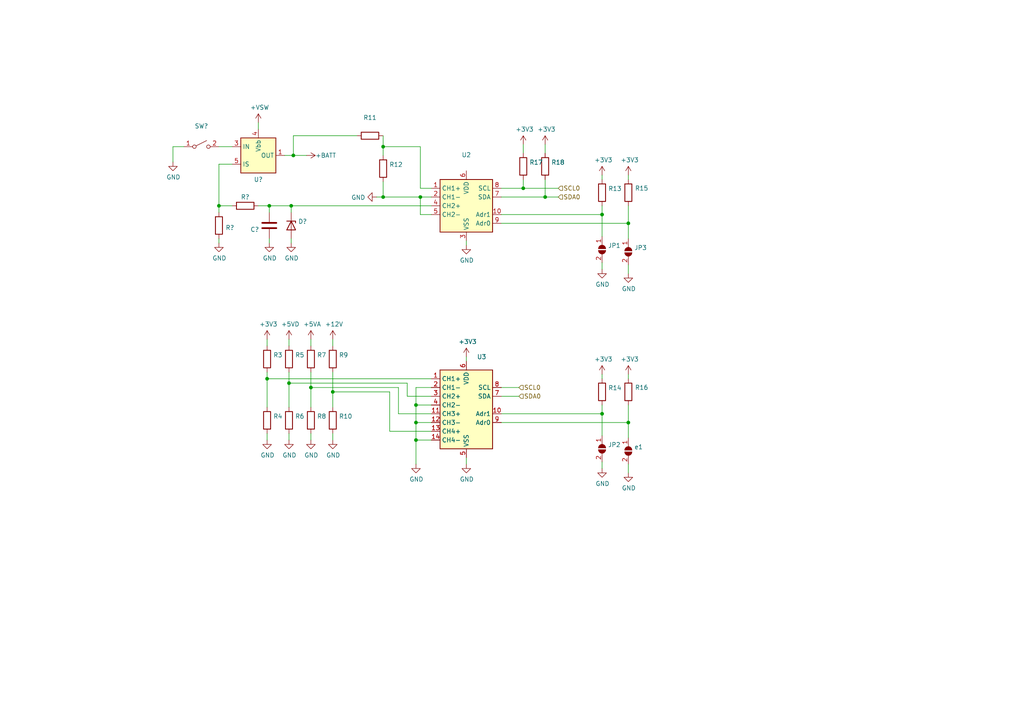
<source format=kicad_sch>
(kicad_sch (version 20211123) (generator eeschema)
  (paper "A4")
  (lib_symbols
    (symbol "Analog_ADC:MCP3427-xUN"
      (property "Reference" "U" (at -3.81 8.89 0))
      (property "Value" "MCP3427-xUN" (at 2.54 8.89 0))
      (symbol "MCP3427-xUN_0_1"
        (rectangle (start -7.62 7.62) (end 7.62 -7.62) (stroke (width 0.254)) (fill (type background)))
      )
      (symbol "MCP3427-xUN_1_1"
        (pin input line (at -10.16 5.08 0) (length 2.54) (name "CH1+") (number "1"))
        (pin input line (at 10.16 -2.54 180) (length 2.54) (name "Adr1") (number "10"))
        (pin input line (at -10.16 2.54 0) (length 2.54) (name "CH1-") (number "2"))
        (pin power_in line (at 0 -10.16 90) (length 2.54) (name "VSS") (number "3"))
        (pin input line (at -10.16 0 0) (length 2.54) (name "CH2+") (number "4"))
        (pin input line (at -10.16 -2.54 0) (length 2.54) (name "CH2-") (number "5"))
        (pin power_in line (at 0 10.16 270) (length 2.54) (name "VDD") (number "6"))
        (pin bidirectional line (at 10.16 2.54 180) (length 2.54) (name "SDA") (number "7"))
        (pin input line (at 10.16 5.08 180) (length 2.54) (name "SCL") (number "8"))
        (pin input line (at 10.16 -5.08 180) (length 2.54) (name "Adr0") (number "9"))
      )
    )
    (symbol "Analog_ADC:MCP3428"
      (property "Reference" "U" (at -3.81 11.43 0))
      (property "Value" "MCP3428" (at 2.54 11.43 0))
      (symbol "MCP3428_0_1"
        (rectangle (start -7.62 10.16) (end 7.62 -12.7) (stroke (width 0.254)) (fill (type background)))
      )
      (symbol "MCP3428_1_1"
        (pin input line (at -10.16 7.62 0) (length 2.54) (name "CH1+") (number "1"))
        (pin input line (at 10.16 -2.54 180) (length 2.54) (name "Adr1") (number "10"))
        (pin input line (at -10.16 -2.54 0) (length 2.54) (name "CH3+") (number "11"))
        (pin input line (at -10.16 -5.08 0) (length 2.54) (name "CH3-") (number "12"))
        (pin input line (at -10.16 -7.62 0) (length 2.54) (name "CH4+") (number "13"))
        (pin input line (at -10.16 -10.16 0) (length 2.54) (name "CH4-") (number "14"))
        (pin input line (at -10.16 5.08 0) (length 2.54) (name "CH1-") (number "2"))
        (pin input line (at -10.16 2.54 0) (length 2.54) (name "CH2+") (number "3"))
        (pin input line (at -10.16 0 0) (length 2.54) (name "CH2-") (number "4"))
        (pin power_in line (at 0 -15.24 90) (length 2.54) (name "VSS") (number "5"))
        (pin power_in line (at 0 12.7 270) (length 2.54) (name "VDD") (number "6"))
        (pin bidirectional line (at 10.16 2.54 180) (length 2.54) (name "SDA") (number "7"))
        (pin input line (at 10.16 5.08 180) (length 2.54) (name "SCL") (number "8"))
        (pin input line (at 10.16 -5.08 180) (length 2.54) (name "Adr0") (number "9"))
      )
    )
    (symbol "Device:C" (pin_numbers hide) (pin_names (offset 0.254))
      (property "Reference" "C" (at 0.635 2.54 0))
      (property "Value" "C" (at 0.635 -2.54 0))
      (symbol "C_0_1"
        (polyline (pts (xy -2.032 -0.762) (xy 2.032 -0.762)) (stroke (width 0.508)))
        (polyline (pts (xy -2.032 0.762) (xy 2.032 0.762)) (stroke (width 0.508)))
      )
      (symbol "C_1_1"
        (pin passive line (at 0 3.81 270) (length 2.794) (name "~") (number "1"))
        (pin passive line (at 0 -3.81 90) (length 2.794) (name "~") (number "2"))
      )
    )
    (symbol "Device:D_Zener" (pin_numbers hide) (pin_names (offset 1.016) hide)
      (property "Reference" "D" (at 0 2.54 0))
      (property "Value" "D_Zener" (at 0 -2.54 0))
      (symbol "D_Zener_0_1"
        (polyline (pts (xy 1.27 0) (xy -1.27 0)))
        (polyline (pts (xy -1.27 -1.27) (xy -1.27 1.27) (xy -0.762 1.27)) (stroke (width 0.254)))
        (polyline (pts (xy 1.27 -1.27) (xy 1.27 1.27) (xy -1.27 0) (xy 1.27 -1.27)) (stroke (width 0.254)))
      )
      (symbol "D_Zener_1_1"
        (pin passive line (at -3.81 0 0) (length 2.54) (name "K") (number "1"))
        (pin passive line (at 3.81 0 180) (length 2.54) (name "A") (number "2"))
      )
    )
    (symbol "Device:R" (pin_numbers hide) (pin_names (offset 0))
      (property "Reference" "R" (at 2.032 0 90))
      (property "Value" "R" (at 0 0 90))
      (symbol "R_0_1"
        (rectangle (start -1.016 -2.54) (end 1.016 2.54) (stroke (width 0.254)))
      )
      (symbol "R_1_1"
        (pin passive line (at 0 3.81 270) (length 1.27) (name "~") (number "1"))
        (pin passive line (at 0 -3.81 90) (length 1.27) (name "~") (number "2"))
      )
    )
    (symbol "Jumper:SolderJumper_2_Open" (pin_names (offset 0) hide)
      (property "Reference" "JP" (at 0 2.032 0))
      (property "Value" "SolderJumper_2_Open" (at 0 -2.54 0))
      (symbol "SolderJumper_2_Open_0_1"
        (arc (start -0.254 1.016) (mid -1.27 0) (end -0.254 -1.016))
        (arc (start -0.254 1.016) (mid -1.27 0) (end -0.254 -1.016) (fill (type outline)))
        (polyline (pts (xy -0.254 1.016) (xy -0.254 -1.016)))
        (polyline (pts (xy 0.254 1.016) (xy 0.254 -1.016)))
        (arc (start 0.254 -1.016) (mid 1.27 0) (end 0.254 1.016))
        (arc (start 0.254 -1.016) (mid 1.27 0) (end 0.254 1.016) (fill (type outline)))
      )
      (symbol "SolderJumper_2_Open_1_1"
        (pin passive line (at -3.81 0 0) (length 2.54) (name "A") (number "1"))
        (pin passive line (at 3.81 0 180) (length 2.54) (name "B") (number "2"))
      )
    )
    (symbol "Power_Management:BTS50055-1TMA"
      (property "Reference" "U" (at -5.08 6.35 0))
      (property "Value" "BTS50055-1TMA" (at 8.89 6.35 0))
      (symbol "BTS50055-1TMA_0_1"
        (rectangle (start -5.08 5.08) (end 5.08 -5.08) (stroke (width 0.254)) (fill (type background)))
      )
      (symbol "BTS50055-1TMA_1_1"
        (pin power_out line (at 7.62 0 180) (length 2.54) (name "OUT") (number "1"))
        (pin passive line (at 7.62 0 180) (length 2.54) hide (name "OUT") (number "2"))
        (pin input line (at -7.62 2.54 0) (length 2.54) (name "IN") (number "3"))
        (pin power_in line (at 0 7.62 270) (length 2.54) (name "Vbb") (number "4"))
        (pin output line (at -7.62 -2.54 0) (length 2.54) (name "IS") (number "5"))
        (pin passive line (at 7.62 0 180) (length 2.54) hide (name "OUT") (number "6"))
        (pin passive line (at 7.62 0 180) (length 2.54) hide (name "OUT") (number "7"))
      )
    )
    (symbol "Switch:SW_SPST" (pin_names (offset 0) hide)
      (property "Reference" "SW" (at 0 3.175 0))
      (property "Value" "SW_SPST" (at 0 -2.54 0))
      (symbol "SW_SPST_0_0"
        (circle (center -2.032 0) (radius 0.508))
        (polyline (pts (xy -1.524 0.254) (xy 1.524 1.778)))
        (circle (center 2.032 0) (radius 0.508))
      )
      (symbol "SW_SPST_1_1"
        (pin passive line (at -5.08 0 0) (length 2.54) (name "A") (number "1"))
        (pin passive line (at 5.08 0 180) (length 2.54) (name "B") (number "2"))
      )
    )
    (symbol "power:+12V" (power) (pin_names (offset 0))
      (property "Value" "+12V" (at 0 3.556 0))
      (symbol "+12V_0_1"
        (polyline (pts (xy -0.762 1.27) (xy 0 2.54)))
        (polyline (pts (xy 0 0) (xy 0 2.54)))
        (polyline (pts (xy 0 2.54) (xy 0.762 1.27)))
      )
      (symbol "+12V_1_1"
        (pin power_in line (at 0 0 90) (length 0) hide (name "+12V") (number "1"))
      )
    )
    (symbol "power:+3.3V" (power) (pin_names (offset 0))
      (property "Value" "+3.3V" (at 0 3.556 0))
      (symbol "+3.3V_0_1"
        (polyline (pts (xy -0.762 1.27) (xy 0 2.54)))
        (polyline (pts (xy 0 0) (xy 0 2.54)))
        (polyline (pts (xy 0 2.54) (xy 0.762 1.27)))
      )
      (symbol "+3.3V_1_1"
        (pin power_in line (at 0 0 90) (length 0) hide (name "+3V3") (number "1"))
      )
    )
    (symbol "power:+5VA" (power) (pin_names (offset 0))
      (property "Value" "+5VA" (at 0 3.556 0))
      (symbol "+5VA_0_1"
        (polyline (pts (xy -0.762 1.27) (xy 0 2.54)))
        (polyline (pts (xy 0 0) (xy 0 2.54)))
        (polyline (pts (xy 0 2.54) (xy 0.762 1.27)))
      )
      (symbol "+5VA_1_1"
        (pin power_in line (at 0 0 90) (length 0) hide (name "+5VA") (number "1"))
      )
    )
    (symbol "power:+5VD" (power) (pin_names (offset 0))
      (property "Value" "+5VD" (at 0 3.556 0))
      (symbol "+5VD_0_1"
        (polyline (pts (xy -0.762 1.27) (xy 0 2.54)))
        (polyline (pts (xy 0 0) (xy 0 2.54)))
        (polyline (pts (xy 0 2.54) (xy 0.762 1.27)))
      )
      (symbol "+5VD_1_1"
        (pin power_in line (at 0 0 90) (length 0) hide (name "+5VD") (number "1"))
      )
    )
    (symbol "power:+BATT" (power) (pin_names (offset 0))
      (property "Value" "+BATT" (at 0 3.556 0))
      (symbol "+BATT_0_1"
        (polyline (pts (xy -0.762 1.27) (xy 0 2.54)))
        (polyline (pts (xy 0 0) (xy 0 2.54)))
        (polyline (pts (xy 0 2.54) (xy 0.762 1.27)))
      )
      (symbol "+BATT_1_1"
        (pin power_in line (at 0 0 90) (length 0) hide (name "+BATT") (number "1"))
      )
    )
    (symbol "power:+VSW" (power) (pin_names (offset 0))
      (property "Value" "+VSW" (at 0 3.556 0))
      (symbol "+VSW_0_1"
        (polyline (pts (xy -0.762 1.27) (xy 0 2.54)))
        (polyline (pts (xy 0 0) (xy 0 2.54)))
        (polyline (pts (xy 0 2.54) (xy 0.762 1.27)))
      )
      (symbol "+VSW_1_1"
        (pin power_in line (at 0 0 90) (length 0) hide (name "+VSW") (number "1"))
      )
    )
    (symbol "power:GND" (power) (pin_names (offset 0))
      (property "Value" "GND" (at 0 -3.81 0))
      (symbol "GND_0_1"
        (polyline (pts (xy 0 0) (xy 0 -1.27) (xy 1.27 -1.27) (xy 0 -2.54) (xy -1.27 -1.27) (xy 0 -1.27)))
      )
      (symbol "GND_1_1"
        (pin power_in line (at 0 0 270) (length 0) hide (name "GND") (number "1"))
      )
    )
  )
  (junction (at 121.92 57.15))
  (junction (at 151.765 54.61))
  (junction (at 174.625 120.015))
  (junction (at 83.82 111.125))
  (junction (at 111.125 42.545))
  (junction (at 111.125 57.15))
  (junction (at 85.09 45.085))
  (junction (at 96.52 113.665))
  (junction (at 158.115 57.15))
  (junction (at 120.65 117.475))
  (junction (at 84.455 59.69))
  (junction (at 120.65 127.635))
  (junction (at 90.17 112.395))
  (junction (at 78.105 59.69))
  (junction (at 77.47 109.855))
  (junction (at 63.5 59.69))
  (junction (at 182.245 122.555))
  (junction (at 182.245 64.77))
  (junction (at 120.65 122.555))
  (junction (at 174.625 62.23))
  (wire (pts (xy 151.765 44.45) (xy 151.765 41.91)))
  (wire (pts (xy 77.47 125.73) (xy 77.47 127.635)))
  (wire (pts (xy 158.115 57.15) (xy 158.115 52.07)))
  (wire (pts (xy 174.625 109.855) (xy 174.625 108.585)))
  (wire (pts (xy 115.57 112.395) (xy 90.17 112.395)))
  (wire (pts (xy 74.93 35.56) (xy 74.93 37.465)))
  (wire (pts (xy 182.245 59.69) (xy 182.245 64.77)))
  (wire (pts (xy 85.09 45.085) (xy 85.09 39.37)))
  (wire (pts (xy 84.455 59.69) (xy 84.455 61.595)))
  (wire (pts (xy 77.47 109.855) (xy 77.47 118.11)))
  (wire (pts (xy 125.095 120.015) (xy 115.57 120.015)))
  (wire (pts (xy 63.5 47.625) (xy 63.5 59.69)))
  (wire (pts (xy 111.125 42.545) (xy 121.92 42.545)))
  (wire (pts (xy 145.415 120.015) (xy 174.625 120.015)))
  (wire (pts (xy 145.415 57.15) (xy 158.115 57.15)))
  (wire (pts (xy 145.415 122.555) (xy 182.245 122.555)))
  (wire (pts (xy 174.625 76.2) (xy 174.625 78.105)))
  (wire (pts (xy 135.255 69.85) (xy 135.255 71.12)))
  (wire (pts (xy 53.34 42.545) (xy 50.165 42.545)))
  (wire (pts (xy 121.92 42.545) (xy 121.92 54.61)))
  (wire (pts (xy 90.17 112.395) (xy 90.17 118.11)))
  (wire (pts (xy 182.245 76.835) (xy 182.245 79.375)))
  (wire (pts (xy 174.625 117.475) (xy 174.625 120.015)))
  (wire (pts (xy 111.125 57.15) (xy 109.22 57.15)))
  (wire (pts (xy 111.125 52.705) (xy 111.125 57.15)))
  (wire (pts (xy 125.095 114.935) (xy 118.11 114.935)))
  (wire (pts (xy 174.625 59.69) (xy 174.625 62.23)))
  (wire (pts (xy 96.52 113.665) (xy 96.52 107.95)))
  (wire (pts (xy 63.5 59.69) (xy 67.31 59.69)))
  (wire (pts (xy 83.82 98.425) (xy 83.82 100.33)))
  (wire (pts (xy 125.095 112.395) (xy 120.65 112.395)))
  (wire (pts (xy 83.82 111.125) (xy 83.82 107.95)))
  (wire (pts (xy 145.415 54.61) (xy 151.765 54.61)))
  (wire (pts (xy 84.455 69.215) (xy 84.455 70.485)))
  (wire (pts (xy 121.92 57.15) (xy 125.095 57.15)))
  (wire (pts (xy 135.255 132.715) (xy 135.255 134.62)))
  (wire (pts (xy 125.095 117.475) (xy 120.65 117.475)))
  (wire (pts (xy 120.65 117.475) (xy 120.65 122.555)))
  (wire (pts (xy 158.115 57.15) (xy 161.925 57.15)))
  (wire (pts (xy 120.65 122.555) (xy 120.65 127.635)))
  (wire (pts (xy 83.82 111.125) (xy 83.82 118.11)))
  (wire (pts (xy 182.245 134.62) (xy 182.245 137.16)))
  (wire (pts (xy 77.47 98.425) (xy 77.47 100.33)))
  (wire (pts (xy 85.09 45.085) (xy 88.9 45.085)))
  (wire (pts (xy 182.245 122.555) (xy 182.245 127)))
  (wire (pts (xy 115.57 120.015) (xy 115.57 112.395)))
  (wire (pts (xy 77.47 109.855) (xy 77.47 107.95)))
  (wire (pts (xy 158.115 44.45) (xy 158.115 41.91)))
  (wire (pts (xy 74.93 59.69) (xy 78.105 59.69)))
  (wire (pts (xy 182.245 52.07) (xy 182.245 50.8)))
  (wire (pts (xy 182.245 117.475) (xy 182.245 122.555)))
  (wire (pts (xy 174.625 120.015) (xy 174.625 126.365)))
  (wire (pts (xy 78.105 59.69) (xy 84.455 59.69)))
  (wire (pts (xy 174.625 52.07) (xy 174.625 50.8)))
  (wire (pts (xy 151.765 54.61) (xy 161.925 54.61)))
  (wire (pts (xy 90.17 98.425) (xy 90.17 100.33)))
  (wire (pts (xy 82.55 45.085) (xy 85.09 45.085)))
  (wire (pts (xy 63.5 59.69) (xy 63.5 61.595)))
  (wire (pts (xy 96.52 113.665) (xy 96.52 118.11)))
  (wire (pts (xy 118.11 111.125) (xy 83.82 111.125)))
  (wire (pts (xy 120.65 112.395) (xy 120.65 117.475)))
  (wire (pts (xy 174.625 62.23) (xy 174.625 68.58)))
  (wire (pts (xy 125.095 122.555) (xy 120.65 122.555)))
  (wire (pts (xy 78.105 69.215) (xy 78.105 70.485)))
  (wire (pts (xy 111.125 57.15) (xy 121.92 57.15)))
  (wire (pts (xy 125.095 109.855) (xy 77.47 109.855)))
  (wire (pts (xy 111.125 42.545) (xy 111.125 45.085)))
  (wire (pts (xy 145.415 64.77) (xy 182.245 64.77)))
  (wire (pts (xy 118.11 114.935) (xy 118.11 111.125)))
  (wire (pts (xy 67.31 47.625) (xy 63.5 47.625)))
  (wire (pts (xy 111.125 39.37) (xy 111.125 42.545)))
  (wire (pts (xy 145.415 112.395) (xy 150.495 112.395)))
  (wire (pts (xy 63.5 69.215) (xy 63.5 70.485)))
  (wire (pts (xy 50.165 42.545) (xy 50.165 46.99)))
  (wire (pts (xy 121.92 62.23) (xy 121.92 57.15)))
  (wire (pts (xy 90.17 125.73) (xy 90.17 127.635)))
  (wire (pts (xy 125.095 127.635) (xy 120.65 127.635)))
  (wire (pts (xy 145.415 62.23) (xy 174.625 62.23)))
  (wire (pts (xy 84.455 59.69) (xy 125.095 59.69)))
  (wire (pts (xy 182.245 109.855) (xy 182.245 108.585)))
  (wire (pts (xy 85.09 39.37) (xy 103.505 39.37)))
  (wire (pts (xy 125.095 62.23) (xy 121.92 62.23)))
  (wire (pts (xy 78.105 61.595) (xy 78.105 59.69)))
  (wire (pts (xy 83.82 125.73) (xy 83.82 127.635)))
  (wire (pts (xy 121.92 54.61) (xy 125.095 54.61)))
  (wire (pts (xy 63.5 42.545) (xy 67.31 42.545)))
  (wire (pts (xy 96.52 125.73) (xy 96.52 127.635)))
  (wire (pts (xy 120.65 127.635) (xy 120.65 134.62)))
  (wire (pts (xy 96.52 98.425) (xy 96.52 100.33)))
  (wire (pts (xy 113.03 125.095) (xy 113.03 113.665)))
  (wire (pts (xy 151.765 54.61) (xy 151.765 52.07)))
  (wire (pts (xy 135.255 103.505) (xy 135.255 104.775)))
  (wire (pts (xy 90.17 112.395) (xy 90.17 107.95)))
  (wire (pts (xy 174.625 133.985) (xy 174.625 135.89)))
  (wire (pts (xy 113.03 113.665) (xy 96.52 113.665)))
  (wire (pts (xy 125.095 125.095) (xy 113.03 125.095)))
  (wire (pts (xy 145.415 114.935) (xy 150.495 114.935)))
  (wire (pts (xy 182.245 64.77) (xy 182.245 69.215)))
  (hierarchical_label "SDA0" (shape input) (at 150.495 114.935 0))
  (hierarchical_label "SCL0" (shape input) (at 150.495 112.395 0))
  (hierarchical_label "SDA0" (shape input) (at 161.925 57.15 0))
  (hierarchical_label "SCL0" (shape input) (at 161.925 54.61 0))
  (symbol (lib_id "Device:R") (at 151.765 48.26 0) (unit 1)
    (property "Reference" "R17" (at 153.543 47.0916 0) (effects (justify left)))
  )
  (symbol (lib_id "Device:R") (at 158.115 48.26 0) (unit 1)
    (property "Reference" "R18" (at 159.893 47.0916 0) (effects (justify left)))
  )
  (symbol (lib_id "power:+3.3V") (at 151.765 41.91 0) (unit 1)
    (property "Reference" "#PWR0220" (effects hide))
  )
  (symbol (lib_id "power:+3.3V") (at 158.115 41.91 0) (unit 1)
    (property "Reference" "#PWR0221" (effects hide))
  )
  (symbol (lib_id "power:+BATT") (at 88.9 45.085 270) (unit 1)
    (property "Reference" "#PWR?" (effects hide))
  )
  (symbol (lib_id "Switch:SW_SPST") (at 58.42 42.545 0) (unit 1)
    (property "Reference" "SW?" (at 58.42 36.576 0))
  )
  (symbol (lib_id "Power_Management:BTS50055-1TMA") (at 74.93 45.085 0) (unit 1)
    (property "Reference" "U?" (at 74.93 52.07 0))
    (property "Datasheet" "http://www.infineon.com/dgdl/Infineon-BTS50055-1TMA-DS-v01_00-EN.pdf?fileId=5546d4625a888733015aa9b00de935ed" (effects hide))
  )
  (symbol (lib_id "power:+VSW") (at 74.93 35.56 0) (unit 1)
    (property "Reference" "#PWR?" (effects hide))
  )
  (symbol (lib_id "power:GND") (at 50.165 46.99 0) (unit 1)
    (property "Reference" "#PWR?" (effects hide))
  )
  (symbol (lib_id "Device:R") (at 63.5 65.405 0) (unit 1)
    (property "Reference" "R?" (at 65.405 66.04 0) (effects (justify left)))
  )
  (symbol (lib_id "Device:R") (at 71.12 59.69 270) (unit 1)
    (property "Reference" "R?" (at 71.12 57.15 90))
  )
  (symbol (lib_id "Device:D_Zener") (at 84.455 65.405 270) (unit 1)
    (property "Reference" "D?" (at 86.487 64.2366 90) (effects (justify left)))
  )
  (symbol (lib_id "Device:C") (at 78.105 65.405 180) (unit 1)
    (property "Reference" "C?" (at 75.184 66.5734 0) (effects (justify left)))
  )
  (symbol (lib_id "power:GND") (at 63.5 70.485 0) (unit 1)
    (property "Reference" "#PWR?" (effects hide))
  )
  (symbol (lib_id "power:GND") (at 78.105 70.485 0) (unit 1)
    (property "Reference" "#PWR?" (effects hide))
  )
  (symbol (lib_id "power:GND") (at 84.455 70.485 0) (unit 1)
    (property "Reference" "#PWR?" (effects hide))
  )
  (symbol (lib_id "Analog_ADC:MCP3428") (at 135.255 117.475 0) (unit 1)
    (property "Reference" "U3" (at 139.7 103.505 0))
    (property "Datasheet" "http://ww1.microchip.com/downloads/en/DeviceDoc/22226a.pdf" (effects hide))
  )
  (symbol (lib_id "Device:R") (at 182.245 113.665 0) (unit 1)
    (property "Reference" "R16" (at 184.15 112.395 0) (effects (justify left)))
  )
  (symbol (lib_id "Device:R") (at 174.625 113.665 0) (unit 1)
    (property "Reference" "R14" (at 176.403 112.4966 0) (effects (justify left)))
  )
  (symbol (lib_id "power:+3.3V") (at 135.255 103.505 0) (unit 1)
    (property "Reference" "#PWR0199" (effects hide))
  )
  (symbol (lib_id "power:GND") (at 135.255 134.62 0) (unit 1)
    (property "Reference" "#PWR0200" (effects hide))
  )
  (symbol (lib_id "power:+3.3V") (at 174.625 108.585 0) (unit 1)
    (property "Reference" "#PWR0201" (effects hide))
  )
  (symbol (lib_id "power:+3.3V") (at 182.245 108.585 0) (unit 1)
    (property "Reference" "#PWR0202" (effects hide))
  )
  (symbol (lib_id "power:GND") (at 182.245 137.16 0) (unit 1)
    (property "Reference" "#PWR0203" (effects hide))
  )
  (symbol (lib_id "power:GND") (at 174.625 135.89 0) (unit 1)
    (property "Reference" "#PWR0204" (effects hide))
  )
  (symbol (lib_id "power:GND") (at 120.65 134.62 0) (unit 1)
    (property "Reference" "#PWR0205" (effects hide))
  )
  (symbol (lib_id "Device:R") (at 96.52 104.14 0) (unit 1)
    (property "Reference" "R9" (at 98.298 102.9716 0) (effects (justify left)))
  )
  (symbol (lib_id "Device:R") (at 96.52 121.92 0) (unit 1)
    (property "Reference" "R10" (at 98.298 120.7516 0) (effects (justify left)))
  )
  (symbol (lib_id "Device:R") (at 90.17 104.14 0) (unit 1)
    (property "Reference" "R7" (at 91.948 102.9716 0) (effects (justify left)))
  )
  (symbol (lib_id "Device:R") (at 90.17 121.92 0) (unit 1)
    (property "Reference" "R8" (at 91.948 120.7516 0) (effects (justify left)))
  )
  (symbol (lib_id "Device:R") (at 83.82 104.14 0) (unit 1)
    (property "Reference" "R5" (at 85.598 102.9716 0) (effects (justify left)))
  )
  (symbol (lib_id "Device:R") (at 83.82 121.92 0) (unit 1)
    (property "Reference" "R6" (at 85.598 120.7516 0) (effects (justify left)))
  )
  (symbol (lib_id "Device:R") (at 77.47 104.14 0) (unit 1)
    (property "Reference" "R3" (at 79.248 102.9716 0) (effects (justify left)))
  )
  (symbol (lib_id "Device:R") (at 77.47 121.92 0) (unit 1)
    (property "Reference" "R4" (at 79.248 120.7516 0) (effects (justify left)))
  )
  (symbol (lib_id "Analog_ADC:MCP3427-xUN") (at 135.255 59.69 0) (unit 1)
    (property "Reference" "U2" (at 135.255 44.9326 0))
    (property "Datasheet" "http://ww1.microchip.com/downloads/en/DeviceDoc/22226a.pdf" (effects hide))
  )
  (symbol (lib_id "Device:R") (at 111.125 48.895 0) (unit 1)
    (property "Reference" "R12" (at 112.903 47.7266 0) (effects (justify left)))
  )
  (symbol (lib_id "Device:R") (at 107.315 39.37 270) (unit 1)
    (property "Reference" "R11" (at 107.315 34.1122 90))
  )
  (symbol (lib_id "power:GND") (at 109.22 57.15 270) (unit 1)
    (property "Reference" "#PWR0206" (effects hide))
  )
  (symbol (lib_id "power:GND") (at 135.255 71.12 0) (unit 1)
    (property "Reference" "#PWR0207" (effects hide))
  )
  (symbol (lib_id "Jumper:SolderJumper_2_Open") (at 182.245 130.81 270) (unit 1)
    (property "Reference" "e1" (at 183.9722 129.6416 90) (effects (justify left)))
  )
  (symbol (lib_id "Jumper:SolderJumper_2_Open") (at 174.625 130.175 270) (unit 1)
    (property "Reference" "JP2" (at 176.3522 129.0066 90) (effects (justify left)))
  )
  (symbol (lib_id "Device:R") (at 182.245 55.88 0) (unit 1)
    (property "Reference" "R15" (at 184.15 54.61 0) (effects (justify left)))
  )
  (symbol (lib_id "Device:R") (at 174.625 55.88 0) (unit 1)
    (property "Reference" "R13" (at 176.403 54.7116 0) (effects (justify left)))
  )
  (symbol (lib_id "power:+3.3V") (at 174.625 50.8 0) (unit 1)
    (property "Reference" "#PWR0208" (effects hide))
  )
  (symbol (lib_id "power:+3.3V") (at 182.245 50.8 0) (unit 1)
    (property "Reference" "#PWR0209" (effects hide))
  )
  (symbol (lib_id "power:GND") (at 182.245 79.375 0) (unit 1)
    (property "Reference" "#PWR0210" (effects hide))
  )
  (symbol (lib_id "power:GND") (at 174.625 78.105 0) (unit 1)
    (property "Reference" "#PWR0211" (effects hide))
  )
  (symbol (lib_id "Jumper:SolderJumper_2_Open") (at 182.245 73.025 270) (unit 1)
    (property "Reference" "JP3" (at 183.9722 71.8566 90) (effects (justify left)))
  )
  (symbol (lib_id "Jumper:SolderJumper_2_Open") (at 174.625 72.39 270) (unit 1)
    (property "Reference" "JP1" (at 176.3522 71.2216 90) (effects (justify left)))
  )
  (symbol (lib_id "power:GND") (at 77.47 127.635 0) (unit 1)
    (property "Reference" "#PWR0212" (effects hide))
  )
  (symbol (lib_id "power:GND") (at 83.82 127.635 0) (unit 1)
    (property "Reference" "#PWR0213" (effects hide))
  )
  (symbol (lib_id "power:GND") (at 90.17 127.635 0) (unit 1)
    (property "Reference" "#PWR0214" (effects hide))
  )
  (symbol (lib_id "power:GND") (at 96.52 127.635 0) (unit 1)
    (property "Reference" "#PWR0215" (effects hide))
  )
  (symbol (lib_id "power:+3.3V") (at 77.47 98.425 0) (unit 1)
    (property "Reference" "#PWR0216" (effects hide))
  )
  (symbol (lib_id "power:+5VD") (at 83.82 98.425 0) (unit 1)
    (property "Reference" "#PWR0217" (effects hide))
  )
  (symbol (lib_id "power:+5VA") (at 90.17 98.425 0) (unit 1)
    (property "Reference" "#PWR0218" (effects hide))
  )
  (symbol (lib_id "power:+12V") (at 96.52 98.425 0) (unit 1)
    (property "Reference" "#PWR0219" (effects hide))
  )
)
</source>
